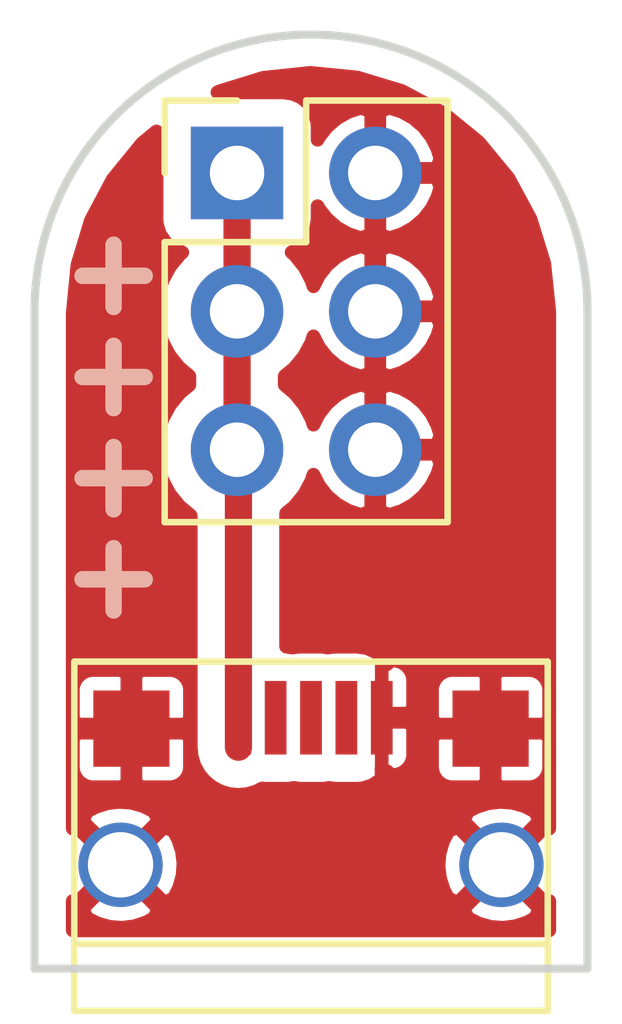
<source format=kicad_pcb>
(kicad_pcb (version 4) (host pcbnew 4.0.6-e0-6349~52~ubuntu16.10.1)

  (general
    (links 10)
    (no_connects 0)
    (area 144.704999 104.064999 155.015001 121.360001)
    (thickness 1.6)
    (drawings 7)
    (tracks 10)
    (zones 0)
    (modules 2)
    (nets 6)
  )

  (page A4)
  (layers
    (0 F.Cu signal)
    (31 B.Cu signal)
    (32 B.Adhes user)
    (33 F.Adhes user)
    (34 B.Paste user)
    (35 F.Paste user)
    (36 B.SilkS user)
    (37 F.SilkS user)
    (38 B.Mask user)
    (39 F.Mask user)
    (40 Dwgs.User user)
    (41 Cmts.User user)
    (42 Eco1.User user)
    (43 Eco2.User user)
    (44 Edge.Cuts user)
    (45 Margin user)
    (46 B.CrtYd user)
    (47 F.CrtYd user)
    (48 B.Fab user)
    (49 F.Fab user)
  )

  (setup
    (last_trace_width 0.25)
    (trace_clearance 0.2)
    (zone_clearance 0.5)
    (zone_45_only no)
    (trace_min 0.2)
    (segment_width 0.2)
    (edge_width 0.15)
    (via_size 0.6)
    (via_drill 0.4)
    (via_min_size 0.4)
    (via_min_drill 0.3)
    (uvia_size 0.3)
    (uvia_drill 0.1)
    (uvias_allowed no)
    (uvia_min_size 0.2)
    (uvia_min_drill 0.1)
    (pcb_text_width 0.3)
    (pcb_text_size 1.5 1.5)
    (mod_edge_width 0.15)
    (mod_text_size 1 1)
    (mod_text_width 0.15)
    (pad_size 1.55 1.55)
    (pad_drill 1.2)
    (pad_to_mask_clearance 0.2)
    (aux_axis_origin 0 0)
    (visible_elements FFFFFF7F)
    (pcbplotparams
      (layerselection 0x00030_80000001)
      (usegerberextensions false)
      (excludeedgelayer true)
      (linewidth 0.100000)
      (plotframeref false)
      (viasonmask false)
      (mode 1)
      (useauxorigin false)
      (hpglpennumber 1)
      (hpglpenspeed 20)
      (hpglpendiameter 15)
      (hpglpenoverlay 2)
      (psnegative false)
      (psa4output false)
      (plotreference true)
      (plotvalue true)
      (plotinvisibletext false)
      (padsonsilk false)
      (subtractmaskfromsilk false)
      (outputformat 1)
      (mirror false)
      (drillshape 1)
      (scaleselection 1)
      (outputdirectory ""))
  )

  (net 0 "")
  (net 1 +5V)
  (net 2 "Net-(J1-Pad2)")
  (net 3 "Net-(J1-Pad3)")
  (net 4 "Net-(J1-Pad4)")
  (net 5 GND)

  (net_class Default "This is the default net class."
    (clearance 0.2)
    (trace_width 0.25)
    (via_dia 0.6)
    (via_drill 0.4)
    (uvia_dia 0.3)
    (uvia_drill 0.1)
    (add_net +5V)
    (add_net GND)
    (add_net "Net-(J1-Pad2)")
    (add_net "Net-(J1-Pad3)")
    (add_net "Net-(J1-Pad4)")
  )

  (module Pin_Headers:Pin_Header_Straight_2x03_Pitch2.54mm (layer F.Cu) (tedit 596EA0B9) (tstamp 596E9E7C)
    (at 148.5011 106.68)
    (descr "Through hole straight pin header, 2x03, 2.54mm pitch, double rows")
    (tags "Through hole pin header THT 2x03 2.54mm double row")
    (path /596D8EEA)
    (fp_text reference J2 (at 1.27 -2.33) (layer F.SilkS) hide
      (effects (font (size 1 1) (thickness 0.15)))
    )
    (fp_text value CONN_02X03 (at 1.27 7.41) (layer F.Fab) hide
      (effects (font (size 1 1) (thickness 0.15)))
    )
    (fp_line (start 0 -1.27) (end 3.81 -1.27) (layer F.Fab) (width 0.1))
    (fp_line (start 3.81 -1.27) (end 3.81 6.35) (layer F.Fab) (width 0.1))
    (fp_line (start 3.81 6.35) (end -1.27 6.35) (layer F.Fab) (width 0.1))
    (fp_line (start -1.27 6.35) (end -1.27 0) (layer F.Fab) (width 0.1))
    (fp_line (start -1.27 0) (end 0 -1.27) (layer F.Fab) (width 0.1))
    (fp_line (start -1.33 6.41) (end 3.87 6.41) (layer F.SilkS) (width 0.12))
    (fp_line (start -1.33 1.27) (end -1.33 6.41) (layer F.SilkS) (width 0.12))
    (fp_line (start 3.87 -1.33) (end 3.87 6.41) (layer F.SilkS) (width 0.12))
    (fp_line (start -1.33 1.27) (end 1.27 1.27) (layer F.SilkS) (width 0.12))
    (fp_line (start 1.27 1.27) (end 1.27 -1.33) (layer F.SilkS) (width 0.12))
    (fp_line (start 1.27 -1.33) (end 3.87 -1.33) (layer F.SilkS) (width 0.12))
    (fp_line (start -1.33 0) (end -1.33 -1.33) (layer F.SilkS) (width 0.12))
    (fp_line (start -1.33 -1.33) (end 0 -1.33) (layer F.SilkS) (width 0.12))
    (fp_line (start -1.8 -1.8) (end -1.8 6.85) (layer F.CrtYd) (width 0.05))
    (fp_line (start -1.8 6.85) (end 4.35 6.85) (layer F.CrtYd) (width 0.05))
    (fp_line (start 4.35 6.85) (end 4.35 -1.8) (layer F.CrtYd) (width 0.05))
    (fp_line (start 4.35 -1.8) (end -1.8 -1.8) (layer F.CrtYd) (width 0.05))
    (fp_text user %R (at 1.27 2.54 90) (layer F.Fab) hide
      (effects (font (size 1 1) (thickness 0.15)))
    )
    (pad 1 thru_hole rect (at 0 0) (size 1.7 1.7) (drill 1) (layers *.Cu *.Mask)
      (net 1 +5V))
    (pad 2 thru_hole oval (at 2.54 0) (size 1.7 1.7) (drill 1) (layers *.Cu *.Mask)
      (net 5 GND))
    (pad 3 thru_hole oval (at 0 2.54) (size 1.7 1.7) (drill 1) (layers *.Cu *.Mask)
      (net 1 +5V))
    (pad 4 thru_hole oval (at 2.54 2.54) (size 1.7 1.7) (drill 1) (layers *.Cu *.Mask)
      (net 5 GND))
    (pad 5 thru_hole oval (at 0 5.08) (size 1.7 1.7) (drill 1) (layers *.Cu *.Mask)
      (net 1 +5V))
    (pad 6 thru_hole oval (at 2.54 5.08) (size 1.7 1.7) (drill 1) (layers *.Cu *.Mask)
      (net 5 GND))
    (model ${KISYS3DMOD}/Pin_Headers.3dshapes/Pin_Header_Straight_2x03_Pitch2.54mm.wrl
      (at (xyz 0 0 0))
      (scale (xyz 1 1 1))
      (rotate (xyz 0 0 0))
    )
  )

  (module bb-usb-buddy:USB_Micro-B (layer F.Cu) (tedit 597016E3) (tstamp 596E9E60)
    (at 149.86 118.03)
    (descr "Micro USB Type B Receptacle")
    (tags "USB USB_B USB_micro USB_OTG")
    (path /596E9BEC)
    (attr smd)
    (fp_text reference J1 (at 0 -3.24) (layer F.SilkS) hide
      (effects (font (size 1 1) (thickness 0.15)))
    )
    (fp_text value USB_OTG (at 0 5.01 90) (layer F.Fab) hide
      (effects (font (size 1 1) (thickness 0.15)))
    )
    (fp_line (start -4.6 -2.59) (end 4.6 -2.59) (layer F.CrtYd) (width 0.05))
    (fp_line (start 4.6 -2.59) (end 4.6 4.26) (layer F.CrtYd) (width 0.05))
    (fp_line (start 4.6 4.26) (end -4.6 4.26) (layer F.CrtYd) (width 0.05))
    (fp_line (start -4.6 4.26) (end -4.6 -2.59) (layer F.CrtYd) (width 0.05))
    (fp_line (start -4.35 4.03) (end 4.35 4.03) (layer F.SilkS) (width 0.12))
    (fp_line (start -4.35 -2.38) (end 4.35 -2.38) (layer F.SilkS) (width 0.12))
    (fp_line (start 4.35 -2.38) (end 4.35 4.03) (layer F.SilkS) (width 0.12))
    (fp_line (start 4.35 2.8) (end -4.35 2.8) (layer F.SilkS) (width 0.12))
    (fp_line (start -4.35 4.03) (end -4.35 -2.38) (layer F.SilkS) (width 0.12))
    (pad 1 smd rect (at -1.3 -1.35 90) (size 1.35 0.4) (layers F.Cu F.Paste F.Mask)
      (net 1 +5V))
    (pad 2 smd rect (at -0.65 -1.35 90) (size 1.35 0.4) (layers F.Cu F.Paste F.Mask)
      (net 2 "Net-(J1-Pad2)"))
    (pad 3 smd rect (at 0 -1.35 90) (size 1.35 0.4) (layers F.Cu F.Paste F.Mask)
      (net 3 "Net-(J1-Pad3)"))
    (pad 4 smd rect (at 0.65 -1.35 90) (size 1.35 0.4) (layers F.Cu F.Paste F.Mask)
      (net 4 "Net-(J1-Pad4)"))
    (pad 5 smd rect (at 1.3 -1.35 90) (size 1.35 0.4) (layers F.Cu F.Paste F.Mask)
      (net 5 GND))
    (pad 6 thru_hole circle (at -3.5 1.35 90) (size 1.55 1.55) (drill 1.2) (layers *.Cu *.Mask)
      (net 5 GND))
    (pad 6 thru_hole circle (at 3.5 1.35 90) (size 1.55 1.55) (drill 1.2) (layers *.Cu *.Mask)
      (net 5 GND))
    (pad 6 smd rect (at -3.3 -1.15) (size 1.4 1.4) (layers F.Cu F.Paste F.Mask)
      (net 5 GND) (solder_mask_margin 0.1))
    (pad 6 smd rect (at 3.3 -1.15) (size 1.4 1.4) (layers F.Cu F.Paste F.Mask)
      (net 5 GND) (solder_mask_margin 0.1))
  )

  (gr_text "++++\n" (at 146.1262 111.3536 90) (layer B.SilkS)
    (effects (font (size 1.5 1.5) (thickness 0.3)) (justify mirror))
  )
  (gr_text "++++\n" (at 146.1262 111.3536 90) (layer F.SilkS)
    (effects (font (size 1.5 1.5) (thickness 0.3)))
  )
  (gr_arc (start 149.86 109.22) (end 149.86 104.14) (angle 90) (layer Edge.Cuts) (width 0.15))
  (gr_arc (start 149.86 109.22) (end 144.78 109.22) (angle 90) (layer Edge.Cuts) (width 0.15))
  (gr_line (start 154.94 121.285) (end 154.94 109.22) (layer Edge.Cuts) (width 0.15))
  (gr_line (start 144.78 121.285) (end 154.94 121.285) (layer Edge.Cuts) (width 0.15))
  (gr_line (start 144.78 109.22) (end 144.78 121.285) (layer Edge.Cuts) (width 0.15))

  (segment (start 148.5265 111.908) (end 148.5265 117.221) (width 0.5) (layer F.Cu) (net 1))
  (segment (start 148.5011 116.6211) (end 148.56 116.68) (width 0.25) (layer F.Cu) (net 1))
  (segment (start 148.5011 106.68) (end 148.5011 109.22) (width 0.5) (layer F.Cu) (net 1))
  (segment (start 148.5011 109.22) (end 148.5011 111.76) (width 0.5) (layer F.Cu) (net 1))
  (segment (start 148.56 111.8189) (end 148.5011 111.76) (width 0.25) (layer F.Cu) (net 1))
  (segment (start 151.1554 117.6096) (end 151.1554 118.237) (width 0.25) (layer F.Cu) (net 5))
  (segment (start 151.16 116.68) (end 151.16 117.605) (width 0.25) (layer F.Cu) (net 5))
  (segment (start 151.16 117.605) (end 151.1554 117.6096) (width 0.25) (layer F.Cu) (net 5))
  (segment (start 151.16 114.3046) (end 151.16 116.68) (width 0.25) (layer F.Cu) (net 5))
  (segment (start 151.16 111.8789) (end 151.0411 111.76) (width 0.25) (layer F.Cu) (net 5))

  (zone (net 5) (net_name GND) (layer F.Cu) (tstamp 0) (hatch none 0.508)
    (connect_pads (clearance 0.5))
    (min_thickness 0.254)
    (fill yes (arc_segments 32) (thermal_gap 0.25) (thermal_bridge_width 0.4))
    (polygon
      (pts
        (xy 144.145 121.285) (xy 155.575 121.285) (xy 155.575 103.505) (xy 144.145 103.505)
      )
    )
    (filled_polygon
      (pts
        (xy 150.709708 104.928682) (xy 151.527043 105.175449) (xy 152.280883 105.576273) (xy 152.942516 106.115887) (xy 153.486737 106.773737)
        (xy 153.892815 107.524765) (xy 154.145283 108.340357) (xy 154.238 109.222502) (xy 154.238 118.715563) (xy 154.161728 118.681509)
        (xy 153.463238 119.38) (xy 154.161728 120.078491) (xy 154.238 120.044437) (xy 154.238 120.583) (xy 145.482 120.583)
        (xy 145.482 120.181728) (xy 145.661509 120.181728) (xy 145.740007 120.357541) (xy 145.942629 120.459712) (xy 146.16129 120.520391)
        (xy 146.387587 120.537245) (xy 146.612825 120.509627) (xy 146.828346 120.438598) (xy 146.979993 120.357541) (xy 147.058491 120.181728)
        (xy 152.661509 120.181728) (xy 152.740007 120.357541) (xy 152.942629 120.459712) (xy 153.16129 120.520391) (xy 153.387587 120.537245)
        (xy 153.612825 120.509627) (xy 153.828346 120.438598) (xy 153.979993 120.357541) (xy 154.058491 120.181728) (xy 153.36 119.483238)
        (xy 152.661509 120.181728) (xy 147.058491 120.181728) (xy 146.36 119.483238) (xy 145.661509 120.181728) (xy 145.482 120.181728)
        (xy 145.482 120.044437) (xy 145.558272 120.078491) (xy 146.256762 119.38) (xy 146.463238 119.38) (xy 147.161728 120.078491)
        (xy 147.337541 119.999993) (xy 147.439712 119.797371) (xy 147.500391 119.57871) (xy 147.513135 119.407587) (xy 152.202755 119.407587)
        (xy 152.230373 119.632825) (xy 152.301402 119.848346) (xy 152.382459 119.999993) (xy 152.558272 120.078491) (xy 153.256762 119.38)
        (xy 152.558272 118.681509) (xy 152.382459 118.760007) (xy 152.280288 118.962629) (xy 152.219609 119.18129) (xy 152.202755 119.407587)
        (xy 147.513135 119.407587) (xy 147.517245 119.352413) (xy 147.489627 119.127175) (xy 147.418598 118.911654) (xy 147.337541 118.760007)
        (xy 147.161728 118.681509) (xy 146.463238 119.38) (xy 146.256762 119.38) (xy 145.558272 118.681509) (xy 145.482 118.715563)
        (xy 145.482 118.578272) (xy 145.661509 118.578272) (xy 146.36 119.276762) (xy 147.058491 118.578272) (xy 152.661509 118.578272)
        (xy 153.36 119.276762) (xy 154.058491 118.578272) (xy 153.979993 118.402459) (xy 153.777371 118.300288) (xy 153.55871 118.239609)
        (xy 153.332413 118.222755) (xy 153.107175 118.250373) (xy 152.891654 118.321402) (xy 152.740007 118.402459) (xy 152.661509 118.578272)
        (xy 147.058491 118.578272) (xy 146.979993 118.402459) (xy 146.777371 118.300288) (xy 146.55871 118.239609) (xy 146.332413 118.222755)
        (xy 146.107175 118.250373) (xy 145.891654 118.321402) (xy 145.740007 118.402459) (xy 145.661509 118.578272) (xy 145.482 118.578272)
        (xy 145.482 117.04725) (xy 145.483 117.04725) (xy 145.483 117.617132) (xy 145.497488 117.689967) (xy 145.525907 117.758577)
        (xy 145.567165 117.820324) (xy 145.619677 117.872835) (xy 145.681424 117.914093) (xy 145.750033 117.942512) (xy 145.822869 117.957)
        (xy 146.39275 117.957) (xy 146.487 117.86275) (xy 146.487 116.953) (xy 146.633 116.953) (xy 146.633 117.86275)
        (xy 146.72725 117.957) (xy 147.297131 117.957) (xy 147.369967 117.942512) (xy 147.438576 117.914093) (xy 147.500323 117.872835)
        (xy 147.552835 117.820324) (xy 147.594093 117.758577) (xy 147.622512 117.689967) (xy 147.637 117.617132) (xy 147.637 117.04725)
        (xy 147.54275 116.953) (xy 146.633 116.953) (xy 146.487 116.953) (xy 145.57725 116.953) (xy 145.483 117.04725)
        (xy 145.482 117.04725) (xy 145.482 116.142868) (xy 145.483 116.142868) (xy 145.483 116.71275) (xy 145.57725 116.807)
        (xy 146.487 116.807) (xy 146.487 115.89725) (xy 146.633 115.89725) (xy 146.633 116.807) (xy 147.54275 116.807)
        (xy 147.637 116.71275) (xy 147.637 116.142868) (xy 147.622512 116.070033) (xy 147.594093 116.001423) (xy 147.552835 115.939676)
        (xy 147.500323 115.887165) (xy 147.438576 115.845907) (xy 147.369967 115.817488) (xy 147.297131 115.803) (xy 146.72725 115.803)
        (xy 146.633 115.89725) (xy 146.487 115.89725) (xy 146.39275 115.803) (xy 145.822869 115.803) (xy 145.750033 115.817488)
        (xy 145.681424 115.845907) (xy 145.619677 115.887165) (xy 145.567165 115.939676) (xy 145.525907 116.001423) (xy 145.497488 116.070033)
        (xy 145.483 116.142868) (xy 145.482 116.142868) (xy 145.482 109.254337) (xy 145.568682 108.370292) (xy 145.815449 107.552957)
        (xy 146.216273 106.799117) (xy 146.755887 106.137484) (xy 147.021067 105.918108) (xy 147.021067 107.53) (xy 147.029029 107.629847)
        (xy 147.081474 107.799199) (xy 147.179023 107.947235) (xy 147.313952 108.062234) (xy 147.475577 108.135089) (xy 147.495031 108.137854)
        (xy 147.453208 108.171964) (xy 147.269465 108.394072) (xy 147.132361 108.647639) (xy 147.04712 108.923008) (xy 147.016989 109.209689)
        (xy 147.043115 109.496762) (xy 147.124502 109.773294) (xy 147.258052 110.028751) (xy 147.438677 110.253403) (xy 147.6241 110.408991)
        (xy 147.6241 110.572588) (xy 147.453208 110.711964) (xy 147.269465 110.934072) (xy 147.132361 111.187639) (xy 147.04712 111.463008)
        (xy 147.016989 111.749689) (xy 147.043115 112.036762) (xy 147.124502 112.313294) (xy 147.258052 112.568751) (xy 147.438677 112.793403)
        (xy 147.6495 112.970305) (xy 147.6495 117.221) (xy 147.666202 117.391344) (xy 147.715673 117.555199) (xy 147.796028 117.706324)
        (xy 147.904206 117.838964) (xy 148.036088 117.948066) (xy 148.186649 118.029474) (xy 148.350155 118.080087) (xy 148.520377 118.097979)
        (xy 148.690833 118.082466) (xy 148.85503 118.03414) (xy 148.962009 117.978213) (xy 149.01 117.985033) (xy 149.41 117.985033)
        (xy 149.509847 117.977071) (xy 149.539455 117.967902) (xy 149.66 117.985033) (xy 150.06 117.985033) (xy 150.159847 117.977071)
        (xy 150.189455 117.967902) (xy 150.31 117.985033) (xy 150.71 117.985033) (xy 150.809847 117.977071) (xy 150.979199 117.924626)
        (xy 151.127235 117.827077) (xy 151.208268 117.732) (xy 151.233002 117.732) (xy 151.233002 117.70298) (xy 151.242234 117.692148)
        (xy 151.256267 117.661017) (xy 151.32725 117.732) (xy 151.397132 117.732) (xy 151.469967 117.717512) (xy 151.538577 117.689093)
        (xy 151.600324 117.647835) (xy 151.652835 117.595323) (xy 151.694093 117.533576) (xy 151.722512 117.464967) (xy 151.737 117.392131)
        (xy 151.737 117.04725) (xy 152.083 117.04725) (xy 152.083 117.617132) (xy 152.097488 117.689967) (xy 152.125907 117.758577)
        (xy 152.167165 117.820324) (xy 152.219677 117.872835) (xy 152.281424 117.914093) (xy 152.350033 117.942512) (xy 152.422869 117.957)
        (xy 152.99275 117.957) (xy 153.087 117.86275) (xy 153.087 116.953) (xy 153.233 116.953) (xy 153.233 117.86275)
        (xy 153.32725 117.957) (xy 153.897131 117.957) (xy 153.969967 117.942512) (xy 154.038576 117.914093) (xy 154.100323 117.872835)
        (xy 154.152835 117.820324) (xy 154.194093 117.758577) (xy 154.222512 117.689967) (xy 154.237 117.617132) (xy 154.237 117.04725)
        (xy 154.14275 116.953) (xy 153.233 116.953) (xy 153.087 116.953) (xy 152.17725 116.953) (xy 152.083 117.04725)
        (xy 151.737 117.04725) (xy 151.737 116.84725) (xy 151.64275 116.753) (xy 151.340033 116.753) (xy 151.340033 116.607)
        (xy 151.64275 116.607) (xy 151.737 116.51275) (xy 151.737 116.142868) (xy 152.083 116.142868) (xy 152.083 116.71275)
        (xy 152.17725 116.807) (xy 153.087 116.807) (xy 153.087 115.89725) (xy 153.233 115.89725) (xy 153.233 116.807)
        (xy 154.14275 116.807) (xy 154.237 116.71275) (xy 154.237 116.142868) (xy 154.222512 116.070033) (xy 154.194093 116.001423)
        (xy 154.152835 115.939676) (xy 154.100323 115.887165) (xy 154.038576 115.845907) (xy 153.969967 115.817488) (xy 153.897131 115.803)
        (xy 153.32725 115.803) (xy 153.233 115.89725) (xy 153.087 115.89725) (xy 152.99275 115.803) (xy 152.422869 115.803)
        (xy 152.350033 115.817488) (xy 152.281424 115.845907) (xy 152.219677 115.887165) (xy 152.167165 115.939676) (xy 152.125907 116.001423)
        (xy 152.097488 116.070033) (xy 152.083 116.142868) (xy 151.737 116.142868) (xy 151.737 115.967869) (xy 151.722512 115.895033)
        (xy 151.694093 115.826424) (xy 151.652835 115.764677) (xy 151.600324 115.712165) (xy 151.538577 115.670907) (xy 151.469967 115.642488)
        (xy 151.397132 115.628) (xy 151.32725 115.628) (xy 151.255723 115.699527) (xy 151.233002 115.665047) (xy 151.233002 115.628)
        (xy 151.20859 115.628) (xy 151.182077 115.587765) (xy 151.047148 115.472766) (xy 150.885523 115.399911) (xy 150.71 115.374967)
        (xy 150.31 115.374967) (xy 150.210153 115.382929) (xy 150.180545 115.392098) (xy 150.06 115.374967) (xy 149.66 115.374967)
        (xy 149.560153 115.382929) (xy 149.530545 115.392098) (xy 149.41 115.374967) (xy 149.4035 115.374967) (xy 149.4035 112.926696)
        (xy 149.548992 112.808036) (xy 149.732735 112.585928) (xy 149.869839 112.332361) (xy 149.904797 112.219429) (xy 150.007283 112.420879)
        (xy 150.156079 112.609868) (xy 150.338885 112.766197) (xy 150.548677 112.883859) (xy 150.777393 112.958331) (xy 150.9681 112.89058)
        (xy 150.9681 111.833) (xy 151.1141 111.833) (xy 151.1141 112.89058) (xy 151.304807 112.958331) (xy 151.533523 112.883859)
        (xy 151.743315 112.766197) (xy 151.926121 112.609868) (xy 152.074917 112.420879) (xy 152.183984 112.206493) (xy 152.239428 112.023706)
        (xy 152.171495 111.833) (xy 151.1141 111.833) (xy 150.9681 111.833) (xy 150.9481 111.833) (xy 150.9481 111.687)
        (xy 150.9681 111.687) (xy 150.9681 110.62942) (xy 151.1141 110.62942) (xy 151.1141 111.687) (xy 152.171495 111.687)
        (xy 152.239428 111.496294) (xy 152.183984 111.313507) (xy 152.074917 111.099121) (xy 151.926121 110.910132) (xy 151.743315 110.753803)
        (xy 151.533523 110.636141) (xy 151.304807 110.561669) (xy 151.1141 110.62942) (xy 150.9681 110.62942) (xy 150.777393 110.561669)
        (xy 150.548677 110.636141) (xy 150.338885 110.753803) (xy 150.156079 110.910132) (xy 150.007283 111.099121) (xy 149.905131 111.299915)
        (xy 149.877698 111.206706) (xy 149.744148 110.951249) (xy 149.563523 110.726597) (xy 149.3781 110.571009) (xy 149.3781 110.407412)
        (xy 149.548992 110.268036) (xy 149.732735 110.045928) (xy 149.869839 109.792361) (xy 149.904797 109.679429) (xy 150.007283 109.880879)
        (xy 150.156079 110.069868) (xy 150.338885 110.226197) (xy 150.548677 110.343859) (xy 150.777393 110.418331) (xy 150.9681 110.35058)
        (xy 150.9681 109.293) (xy 151.1141 109.293) (xy 151.1141 110.35058) (xy 151.304807 110.418331) (xy 151.533523 110.343859)
        (xy 151.743315 110.226197) (xy 151.926121 110.069868) (xy 152.074917 109.880879) (xy 152.183984 109.666493) (xy 152.239428 109.483706)
        (xy 152.171495 109.293) (xy 151.1141 109.293) (xy 150.9681 109.293) (xy 150.9481 109.293) (xy 150.9481 109.147)
        (xy 150.9681 109.147) (xy 150.9681 108.08942) (xy 151.1141 108.08942) (xy 151.1141 109.147) (xy 152.171495 109.147)
        (xy 152.239428 108.956294) (xy 152.183984 108.773507) (xy 152.074917 108.559121) (xy 151.926121 108.370132) (xy 151.743315 108.213803)
        (xy 151.533523 108.096141) (xy 151.304807 108.021669) (xy 151.1141 108.08942) (xy 150.9681 108.08942) (xy 150.777393 108.021669)
        (xy 150.548677 108.096141) (xy 150.338885 108.213803) (xy 150.156079 108.370132) (xy 150.007283 108.559121) (xy 149.905131 108.759915)
        (xy 149.877698 108.666706) (xy 149.744148 108.411249) (xy 149.563523 108.186597) (xy 149.503121 108.135914) (xy 149.620299 108.099626)
        (xy 149.768335 108.002077) (xy 149.883334 107.867148) (xy 149.956189 107.705523) (xy 149.981133 107.53) (xy 149.981133 107.289478)
        (xy 150.007283 107.340879) (xy 150.156079 107.529868) (xy 150.338885 107.686197) (xy 150.548677 107.803859) (xy 150.777393 107.878331)
        (xy 150.9681 107.81058) (xy 150.9681 106.753) (xy 151.1141 106.753) (xy 151.1141 107.81058) (xy 151.304807 107.878331)
        (xy 151.533523 107.803859) (xy 151.743315 107.686197) (xy 151.926121 107.529868) (xy 152.074917 107.340879) (xy 152.183984 107.126493)
        (xy 152.239428 106.943706) (xy 152.171495 106.753) (xy 151.1141 106.753) (xy 150.9681 106.753) (xy 150.9481 106.753)
        (xy 150.9481 106.607) (xy 150.9681 106.607) (xy 150.9681 105.54942) (xy 151.1141 105.54942) (xy 151.1141 106.607)
        (xy 152.171495 106.607) (xy 152.239428 106.416294) (xy 152.183984 106.233507) (xy 152.074917 106.019121) (xy 151.926121 105.830132)
        (xy 151.743315 105.673803) (xy 151.533523 105.556141) (xy 151.304807 105.481669) (xy 151.1141 105.54942) (xy 150.9681 105.54942)
        (xy 150.777393 105.481669) (xy 150.548677 105.556141) (xy 150.338885 105.673803) (xy 150.156079 105.830132) (xy 150.007283 106.019121)
        (xy 149.981133 106.070522) (xy 149.981133 105.83) (xy 149.973171 105.730153) (xy 149.920726 105.560801) (xy 149.823177 105.412765)
        (xy 149.688248 105.297766) (xy 149.526623 105.224911) (xy 149.3511 105.199967) (xy 148.141125 105.199967) (xy 148.164765 105.187185)
        (xy 148.980357 104.934717) (xy 149.844722 104.843869)
      )
    )
  )
)

</source>
